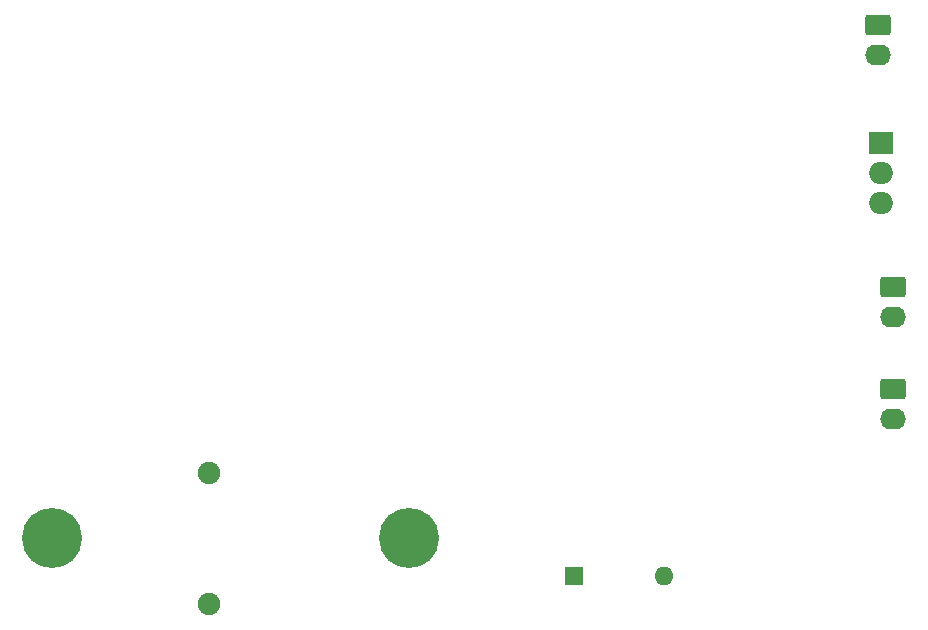
<source format=gbr>
%TF.GenerationSoftware,KiCad,Pcbnew,7.0.10*%
%TF.CreationDate,2024-03-05T16:09:13-06:00*%
%TF.ProjectId,shematic for power and light system,7368656d-6174-4696-9320-666f7220706f,rev?*%
%TF.SameCoordinates,Original*%
%TF.FileFunction,Soldermask,Bot*%
%TF.FilePolarity,Negative*%
%FSLAX46Y46*%
G04 Gerber Fmt 4.6, Leading zero omitted, Abs format (unit mm)*
G04 Created by KiCad (PCBNEW 7.0.10) date 2024-03-05 16:09:13*
%MOMM*%
%LPD*%
G01*
G04 APERTURE LIST*
G04 Aperture macros list*
%AMRoundRect*
0 Rectangle with rounded corners*
0 $1 Rounding radius*
0 $2 $3 $4 $5 $6 $7 $8 $9 X,Y pos of 4 corners*
0 Add a 4 corners polygon primitive as box body*
4,1,4,$2,$3,$4,$5,$6,$7,$8,$9,$2,$3,0*
0 Add four circle primitives for the rounded corners*
1,1,$1+$1,$2,$3*
1,1,$1+$1,$4,$5*
1,1,$1+$1,$6,$7*
1,1,$1+$1,$8,$9*
0 Add four rect primitives between the rounded corners*
20,1,$1+$1,$2,$3,$4,$5,0*
20,1,$1+$1,$4,$5,$6,$7,0*
20,1,$1+$1,$6,$7,$8,$9,0*
20,1,$1+$1,$8,$9,$2,$3,0*%
G04 Aperture macros list end*
%ADD10C,1.905000*%
%ADD11C,5.080000*%
%ADD12R,2.000000X1.905000*%
%ADD13O,2.000000X1.905000*%
%ADD14RoundRect,0.250000X-0.845000X0.620000X-0.845000X-0.620000X0.845000X-0.620000X0.845000X0.620000X0*%
%ADD15O,2.190000X1.740000*%
%ADD16R,1.600000X1.600000*%
%ADD17O,1.600000X1.600000*%
G04 APERTURE END LIST*
D10*
%TO.C,U1*%
X114300000Y-127889000D03*
X114300000Y-116840000D03*
D11*
X131191000Y-122364500D03*
X101015800Y-122364500D03*
%TD*%
D12*
%TO.C,Q1*%
X171223388Y-88891149D03*
D13*
X171223388Y-91431149D03*
X171223388Y-93971149D03*
%TD*%
D14*
%TO.C,+12V1*%
X172221597Y-101099857D03*
D15*
X172221597Y-103639857D03*
%TD*%
D14*
%TO.C,BlueTooth1*%
X170904782Y-78889055D03*
D15*
X170904782Y-81429055D03*
%TD*%
D14*
%TO.C,LED1*%
X172221597Y-109699267D03*
D15*
X172221597Y-112239267D03*
%TD*%
D16*
%TO.C,SW1*%
X145192146Y-125508270D03*
D17*
X152812146Y-125508270D03*
%TD*%
M02*

</source>
